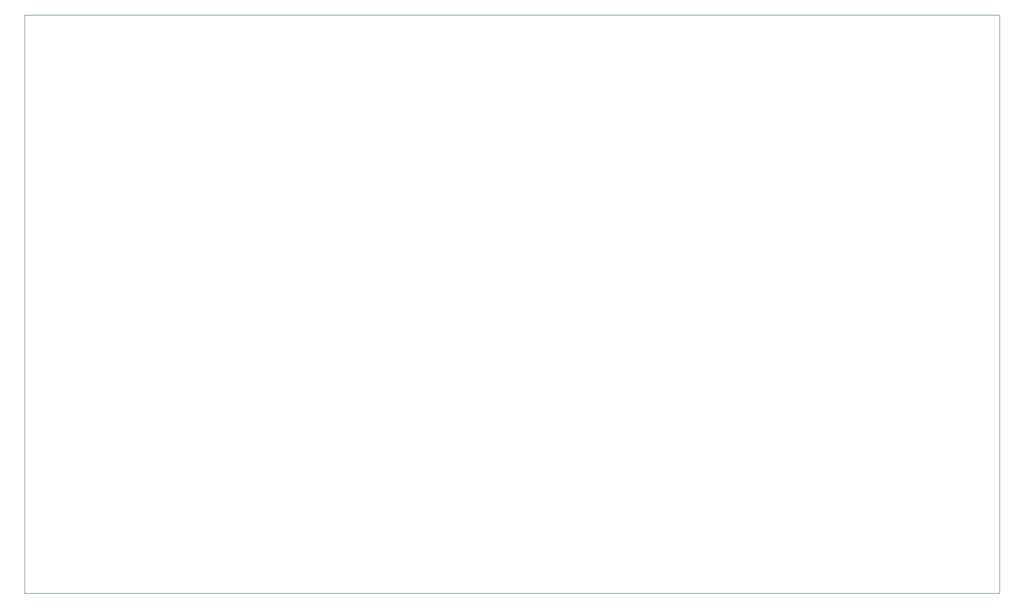
<source format=gbr>
%TF.GenerationSoftware,KiCad,Pcbnew,9.0.2*%
%TF.CreationDate,2025-08-22T18:27:53+01:00*%
%TF.ProjectId,MC8P_MIDI_CONTROLLER,4d433850-5f4d-4494-9449-5f434f4e5452,rev?*%
%TF.SameCoordinates,Original*%
%TF.FileFunction,Profile,NP*%
%FSLAX46Y46*%
G04 Gerber Fmt 4.6, Leading zero omitted, Abs format (unit mm)*
G04 Created by KiCad (PCBNEW 9.0.2) date 2025-08-22 18:27:53*
%MOMM*%
%LPD*%
G01*
G04 APERTURE LIST*
%TA.AperFunction,Profile*%
%ADD10C,0.100000*%
%TD*%
G04 APERTURE END LIST*
D10*
X20000000Y-20000000D02*
X174980000Y-20000000D01*
X174980000Y-112000000D01*
X20000000Y-112000000D01*
X20000000Y-20000000D01*
M02*

</source>
